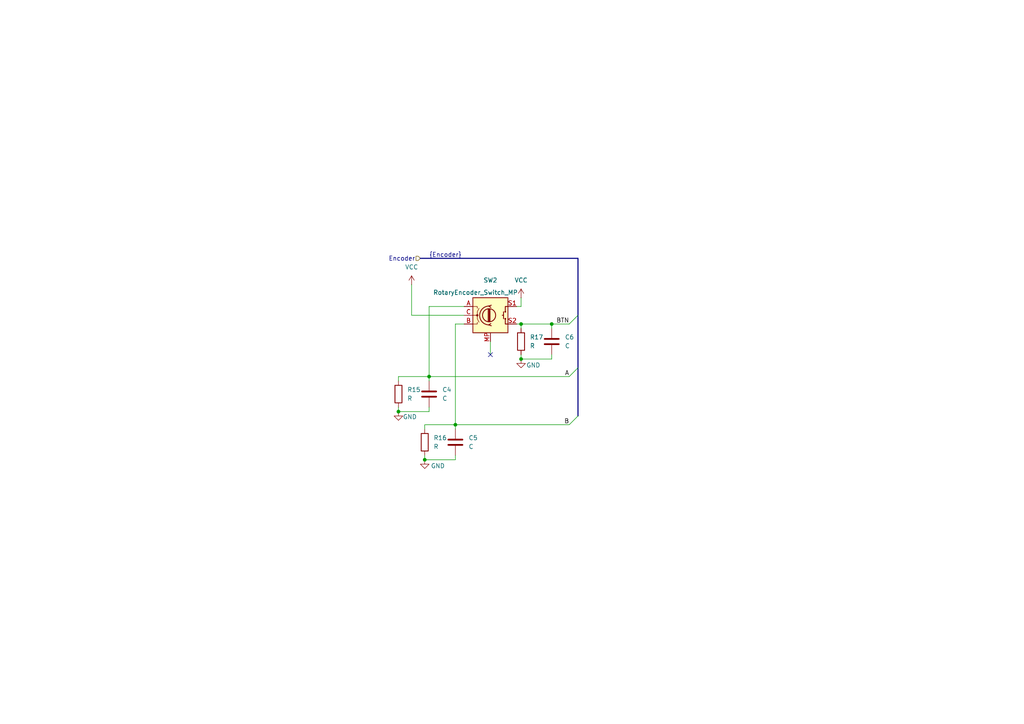
<source format=kicad_sch>
(kicad_sch (version 20231120) (generator "eeschema") (generator_version "8.0")
  (paper "A4")
  (lib_symbols
    (symbol "Device:C" (pin_numbers hide) (pin_names (offset 0.254))
      (property "Reference" "C" (at 0.635 2.54 0))
      (property "Value" "C" (at 0.635 -2.54 0))
      (symbol "C_0_1"
        (polyline (pts (xy -2.032 -0.762) (xy 2.032 -0.762)) (stroke (width 0.508)))
        (polyline (pts (xy -2.032 0.762) (xy 2.032 0.762)) (stroke (width 0.508)))
      )
      (symbol "C_1_1"
        (pin passive line (at 0 3.81 270) (length 2.794) (name "~") (number "1"))
        (pin passive line (at 0 -3.81 90) (length 2.794) (name "~") (number "2"))
      )
    )
    (symbol "Device:R" (pin_numbers hide) (pin_names (offset 0))
      (property "Reference" "R" (at 2.032 0 90))
      (property "Value" "R" (at 0 0 90))
      (symbol "R_0_1"
        (rectangle (start -1.016 -2.54) (end 1.016 2.54) (stroke (width 0.254)))
      )
      (symbol "R_1_1"
        (pin passive line (at 0 3.81 270) (length 1.27) (name "~") (number "1"))
        (pin passive line (at 0 -3.81 90) (length 1.27) (name "~") (number "2"))
      )
    )
    (symbol "Device:RotaryEncoder_Switch_MP" (pin_names (offset 0.254) hide)
      (property "Reference" "SW" (at 0 8.89 0))
      (property "Value" "RotaryEncoder_Switch_MP" (at 0 6.35 0))
      (symbol "RotaryEncoder_Switch_MP_0_1"
        (rectangle (start -5.08 5.08) (end 5.08 -5.08) (stroke (width 0.254)) (fill (type background)))
        (circle (center -3.81 0) (radius 0.254) (fill (type outline)))
        (circle (center -0.381 0) (radius 1.905) (stroke (width 0.254)))
        (arc (start -0.381 2.667) (mid -3.0988 -0.0635) (end -0.381 -2.794) (stroke (width 0.254)))
        (polyline (pts (xy -0.635 -1.778) (xy -0.635 1.778)) (stroke (width 0.254)))
        (polyline (pts (xy -0.381 -1.778) (xy -0.381 1.778)) (stroke (width 0.254)))
        (polyline (pts (xy -0.127 1.778) (xy -0.127 -1.778)) (stroke (width 0.254)))
        (polyline (pts (xy 3.81 0) (xy 3.429 0)) (stroke (width 0.254)))
        (polyline (pts (xy 3.81 1.016) (xy 3.81 -1.016)) (stroke (width 0.254)))
        (polyline (pts (xy -5.08 -2.54) (xy -3.81 -2.54) (xy -3.81 -2.032)))
        (polyline (pts (xy -5.08 2.54) (xy -3.81 2.54) (xy -3.81 2.032)))
        (polyline (pts (xy 0.254 -3.048) (xy -0.508 -2.794) (xy 0.127 -2.413)) (stroke (width 0.254)))
        (polyline (pts (xy 0.254 2.921) (xy -0.508 2.667) (xy 0.127 2.286)) (stroke (width 0.254)))
        (polyline (pts (xy 5.08 -2.54) (xy 4.318 -2.54) (xy 4.318 -1.016)) (stroke (width 0.254)))
        (polyline (pts (xy 5.08 2.54) (xy 4.318 2.54) (xy 4.318 1.016)) (stroke (width 0.254)))
        (polyline (pts (xy -5.08 0) (xy -3.81 0) (xy -3.81 -1.016) (xy -3.302 -2.032)))
        (polyline (pts (xy -4.318 0) (xy -3.81 0) (xy -3.81 1.016) (xy -3.302 2.032)))
        (circle (center 4.318 -1.016) (radius 0.127) (stroke (width 0.254)))
        (circle (center 4.318 1.016) (radius 0.127) (stroke (width 0.254)))
      )
      (symbol "RotaryEncoder_Switch_MP_1_1"
        (pin passive line (at -7.62 2.54 0) (length 2.54) (name "A") (number "A"))
        (pin passive line (at -7.62 -2.54 0) (length 2.54) (name "B") (number "B"))
        (pin passive line (at -7.62 0 0) (length 2.54) (name "C") (number "C"))
        (pin passive line (at 0 -7.62 90) (length 2.54) (name "MP") (number "MP"))
        (pin passive line (at 7.62 2.54 180) (length 2.54) (name "S1") (number "S1"))
        (pin passive line (at 7.62 -2.54 180) (length 2.54) (name "S2") (number "S2"))
      )
    )
    (symbol "power:GND" (power) (pin_numbers hide) (pin_names (offset 0) hide)
      (property "Value" "GND" (at 0 -3.81 0))
      (symbol "GND_0_1"
        (polyline (pts (xy 0 0) (xy 0 -1.27) (xy 1.27 -1.27) (xy 0 -2.54) (xy -1.27 -1.27) (xy 0 -1.27)))
      )
      (symbol "GND_1_1"
        (pin power_in line (at 0 0 270) (length 0) (name "~") (number "1"))
      )
    )
    (symbol "power:VCC" (power) (pin_numbers hide) (pin_names (offset 0) hide)
      (property "Value" "VCC" (at 0 3.556 0))
      (symbol "VCC_0_1"
        (polyline (pts (xy -0.762 1.27) (xy 0 2.54)))
        (polyline (pts (xy 0 0) (xy 0 2.54)))
        (polyline (pts (xy 0 2.54) (xy 0.762 1.27)))
      )
      (symbol "VCC_1_1"
        (pin power_in line (at 0 0 90) (length 0) (name "~") (number "1"))
      )
    )
  )
  (junction (at 124.46 109.22))
  (junction (at 151.13 93.98))
  (junction (at 160.02 93.98))
  (junction (at 123.19 133.35))
  (junction (at 132.08 123.19))
  (junction (at 115.57 119.38))
  (junction (at 151.13 104.14))
  (no_connect (at 142.24 102.87))
  (bus_entry (at 167.64 120.65) (size -2.54 2.54))
  (bus_entry (at 167.64 91.44) (size -2.54 2.54))
  (bus_entry (at 167.64 106.68) (size -2.54 2.54))
  (wire (pts (xy 151.13 93.98) (xy 151.13 95.25)))
  (wire (pts (xy 160.02 93.98) (xy 160.02 95.25)))
  (wire (pts (xy 132.08 93.98) (xy 132.08 123.19)))
  (wire (pts (xy 132.08 123.19) (xy 132.08 124.46)))
  (wire (pts (xy 123.19 123.19) (xy 123.19 124.46)))
  (wire (pts (xy 115.57 109.22) (xy 124.46 109.22)))
  (wire (pts (xy 160.02 93.98) (xy 165.1 93.98)))
  (bus (pts (xy 167.64 106.68) (xy 167.64 120.65)))
  (wire (pts (xy 124.46 109.22) (xy 165.1 109.22)))
  (wire (pts (xy 124.46 88.9) (xy 124.46 109.22)))
  (wire (pts (xy 132.08 123.19) (xy 165.1 123.19)))
  (wire (pts (xy 151.13 93.98) (xy 160.02 93.98)))
  (wire (pts (xy 115.57 118.11) (xy 115.57 119.38)))
  (wire (pts (xy 132.08 132.08) (xy 132.08 133.35)))
  (wire (pts (xy 132.08 93.98) (xy 134.62 93.98)))
  (wire (pts (xy 124.46 118.11) (xy 124.46 119.38)))
  (wire (pts (xy 123.19 133.35) (xy 132.08 133.35)))
  (wire (pts (xy 160.02 102.87) (xy 160.02 104.14)))
  (bus (pts (xy 167.64 74.93) (xy 121.92 74.93)))
  (wire (pts (xy 123.19 123.19) (xy 132.08 123.19)))
  (wire (pts (xy 124.46 88.9) (xy 134.62 88.9)))
  (wire (pts (xy 119.38 82.55) (xy 119.38 91.44)))
  (wire (pts (xy 151.13 104.14) (xy 160.02 104.14)))
  (bus (pts (xy 167.64 91.44) (xy 167.64 106.68)))
  (wire (pts (xy 115.57 119.38) (xy 124.46 119.38)))
  (wire (pts (xy 151.13 102.87) (xy 151.13 104.14)))
  (wire (pts (xy 124.46 109.22) (xy 124.46 110.49)))
  (wire (pts (xy 151.13 86.36) (xy 151.13 88.9)))
  (wire (pts (xy 134.62 91.44) (xy 119.38 91.44)))
  (wire (pts (xy 123.19 132.08) (xy 123.19 133.35)))
  (bus (pts (xy 167.64 74.93) (xy 167.64 91.44)))
  (wire (pts (xy 115.57 109.22) (xy 115.57 110.49)))
  (wire (pts (xy 149.86 93.98) (xy 151.13 93.98)))
  (wire (pts (xy 149.86 88.9) (xy 151.13 88.9)))
  (wire (pts (xy 142.24 99.06) (xy 142.24 102.87)))
  (label "B" (at 165.1 123.19 180))
  (label "{Encoder}" (at 124.46 74.93 0))
  (label "BTN" (at 165.1 93.98 180))
  (label "A" (at 165.1 109.22 180))
  (hierarchical_label "Encoder" (shape input) (at 121.92 74.93 180))
  (symbol (lib_id "power:GND") (at 151.13 104.14 0) (unit 1)
    (property "Reference" "#PWR010" (effects (hide yes)))
    (property "Value" "GND" (at 154.686 105.918 0))
    (property "Description" "Power symbol creates a global label with name \"GND\" , ground" (effects (hide yes)))
    (instances (project "LifeCounter" (path "" (reference "#PWR015") (unit 1)) (path "" (reference "#PWR010") (unit 1))))
  )
  (symbol (lib_id "Device:RotaryEncoder_Switch_MP") (at 142.24 91.44 0) (unit 1)
    (property "Reference" "SW1" (at 142.24 81.28 0))
    (property "Value" "RotaryEncoder_Switch_MP" (at 137.922 84.836 0))
    (property "Footprint" "Rotary_Encoder:RotaryEncoder_Alps_EC12E-Switch_Vertical_H20mm" (effects (hide yes)))
    (property "Description" "Rotary encoder, dual channel, incremental quadrate outputs, with switch and MP Pin" (effects (hide yes)))
    (instances (project "LifeCounter" (path "" (reference "SW2") (unit 1)) (path "" (reference "SW1") (unit 1))))
  )
  (symbol (lib_id "Device:C") (at 124.46 114.3 0) (unit 1)
    (property "Reference" "C1" (at 128.27 113.0299 0) (effects (justify left)))
    (property "Value" "C" (at 128.27 115.5699 0) (effects (justify left)))
    (property "Footprint" "Capacitor_SMD:C_0805_2012Metric_Pad1.18x1.45mm_HandSolder" (effects (hide yes)))
    (property "Description" "Unpolarized capacitor" (effects (hide yes)))
    (instances (project "LifeCounter" (path "" (reference "C4") (unit 1)) (path "" (reference "C1") (unit 1))))
  )
  (symbol (lib_id "power:GND") (at 123.19 133.35 0) (unit 1)
    (property "Reference" "#PWR08" (effects (hide yes)))
    (property "Value" "GND" (at 127 135.128 0))
    (property "Description" "Power symbol creates a global label with name \"GND\" , ground" (effects (hide yes)))
    (instances (project "LifeCounter" (path "" (reference "#PWR013") (unit 1)) (path "" (reference "#PWR08") (unit 1))))
  )
  (symbol (lib_id "power:VCC") (at 119.38 82.55 0) (unit 1)
    (property "Reference" "#PWR05" (effects (hide yes)))
    (property "Value" "VCC" (at 119.38 77.47 0))
    (property "Description" "Power symbol creates a global label with name \"VCC\"" (effects (hide yes)))
    (instances (project "LifeCounter" (path "" (reference "#PWR012") (unit 1)) (path "" (reference "#PWR05") (unit 1))))
  )
  (symbol (lib_id "Device:R") (at 123.19 128.27 0) (unit 1)
    (property "Reference" "R13" (at 125.73 126.9999 0) (effects (justify left)))
    (property "Value" "R" (at 125.73 129.5399 0) (effects (justify left)))
    (property "Footprint" "Resistor_SMD:R_0805_2012Metric_Pad1.20x1.40mm_HandSolder" (effects (hide yes)))
    (property "Description" "Resistor" (effects (hide yes)))
    (instances (project "LifeCounter" (path "" (reference "R16") (unit 1)) (path "" (reference "R13") (unit 1))))
  )
  (symbol (lib_id "Device:C") (at 160.02 99.06 0) (unit 1)
    (property "Reference" "C3" (at 163.83 97.7899 0) (effects (justify left)))
    (property "Value" "C" (at 163.83 100.3299 0) (effects (justify left)))
    (property "Footprint" "Capacitor_SMD:C_0805_2012Metric_Pad1.18x1.45mm_HandSolder" (effects (hide yes)))
    (property "Description" "Unpolarized capacitor" (effects (hide yes)))
    (instances (project "LifeCounter" (path "" (reference "C6") (unit 1)) (path "" (reference "C3") (unit 1))))
  )
  (symbol (lib_id "power:GND") (at 115.57 119.38 0) (unit 1)
    (property "Reference" "#PWR04" (effects (hide yes)))
    (property "Value" "GND" (at 118.872 120.904 0))
    (property "Description" "Power symbol creates a global label with name \"GND\" , ground" (effects (hide yes)))
    (instances (project "LifeCounter" (path "" (reference "#PWR07") (unit 1)) (path "" (reference "#PWR04") (unit 1))))
  )
  (symbol (lib_id "Device:R") (at 151.13 99.06 0) (unit 1)
    (property "Reference" "R14" (at 153.67 97.7899 0) (effects (justify left)))
    (property "Value" "R" (at 153.67 100.3299 0) (effects (justify left)))
    (property "Footprint" "Resistor_SMD:R_0805_2012Metric_Pad1.20x1.40mm_HandSolder" (effects (hide yes)))
    (property "Description" "Resistor" (effects (hide yes)))
    (instances (project "LifeCounter" (path "" (reference "R17") (unit 1)) (path "" (reference "R14") (unit 1))))
  )
  (symbol (lib_id "power:VCC") (at 151.13 86.36 0) (unit 1)
    (property "Reference" "#PWR09" (effects (hide yes)))
    (property "Value" "VCC" (at 151.13 81.28 0))
    (property "Description" "Power symbol creates a global label with name \"VCC\"" (effects (hide yes)))
    (instances (project "LifeCounter" (path "" (reference "#PWR014") (unit 1)) (path "" (reference "#PWR09") (unit 1))))
  )
  (symbol (lib_id "Device:C") (at 132.08 128.27 0) (unit 1)
    (property "Reference" "C2" (at 135.89 126.9999 0) (effects (justify left)))
    (property "Value" "C" (at 135.89 129.5399 0) (effects (justify left)))
    (property "Footprint" "Capacitor_SMD:C_0805_2012Metric_Pad1.18x1.45mm_HandSolder" (effects (hide yes)))
    (property "Description" "Unpolarized capacitor" (effects (hide yes)))
    (instances (project "LifeCounter" (path "" (reference "C5") (unit 1)) (path "" (reference "C2") (unit 1))))
  )
  (symbol (lib_id "Device:R") (at 115.57 114.3 0) (unit 1)
    (property "Reference" "R12" (at 118.11 113.0299 0) (effects (justify left)))
    (property "Value" "R" (at 118.11 115.5699 0) (effects (justify left)))
    (property "Footprint" "Resistor_SMD:R_0805_2012Metric_Pad1.20x1.40mm_HandSolder" (effects (hide yes)))
    (property "Description" "Resistor" (effects (hide yes)))
    (instances (project "LifeCounter" (path "" (reference "R15") (unit 1)) (path "" (reference "R12") (unit 1))))
  )
)
</source>
